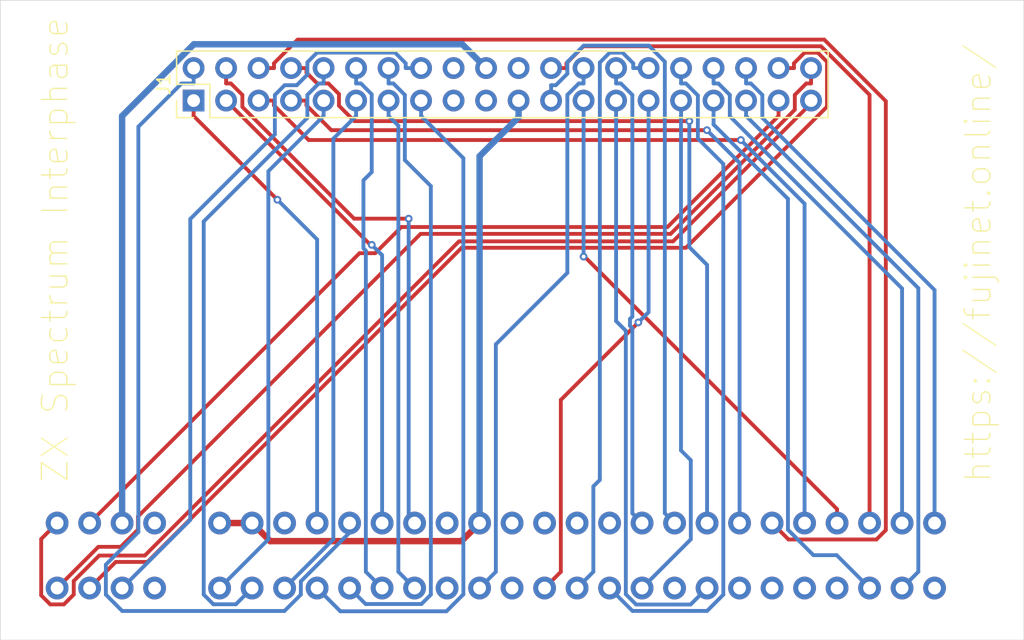
<source format=kicad_pcb>
(kicad_pcb (version 20240108) (generator "pcbnew") (generator_version "8.0")
  (layers (0 "F.Cu" signal) (31 "B.Cu" signal) (34 "B.Paste" user) (35 "F.Paste" user) (36 "B.SilkS" user "B.Silkscreen") (37 "F.SilkS" user "F.Silkscreen") (38 "B.Mask" user) (39 "F.Mask" user) (44 "Edge.Cuts" user))
  (net 0 "")
  (net 1 "/Z80_D7")
  (net 2 "/SPARE3")
  (net 3 "/SPARE2")
  (net 4 "/Z80_A15")
  (net 5 "/Z80_D5")
  (net 6 "/GND")
  (net 7 "/Z80_A12")
  (net 8 "/NMI")
  (net 9 "/Z80_A3")
  (net 10 "/RW")
  (net 11 "/Z80_A10")
  (net 12 "/ROMCS")
  (net 13 "/BUSACK")
  (net 14 "/SPARE4")
  (net 15 "/SPARE1")
  (net 16 "/Z80_A2")
  (net 17 "/Z80_A5")
  (net 18 "/Z80_A11")
  (net 19 "/MEMRQ")
  (net 20 "/Z80_A9")
  (net 21 "/Z80_A8")
  (net 22 "/Z80_D0")
  (net 23 "/Z80_D2")
  (net 24 "/RD")
  (net 25 "/Z80_A0")
  (net 26 "/BUSRQ")
  (net 27 "/Z80_A4")
  (net 28 "/Z80_A6")
  (net 29 "/5V")
  (net 30 "/RESET")
  (net 31 "/Z80_D3")
  (net 32 "/Z80_A1")
  (net 33 "/Z80_D6")
  (net 34 "/Z80_A13")
  (net 35 "/Z80_A14")
  (net 36 "/Z80_D1")
  (net 37 "/Z80_D4")
  (net 38 "/Z80_A7")
  (net 39 "/IORQ")
  (net 40 "/WAIT")
  (footprint "Connector_PinHeader_2.54mm:PinHeader_2x20_P2.54mm_Vertical" (layer "F.Cu") (at 76.708 91.44 90)
    (property "Reference" "J1" (at 1.27 -2.33 90) (layer "F.SilkS"))
    (property "Value" "HOST SYSTEM HEADER" (hide yes))
    (fp_line (start 3.87 -1.33) (end 3.87 49.59) (stroke (width 0.12)) (layer "F.SilkS"))
    (fp_line (start 1.27 -1.33) (end 3.87 -1.33) (stroke (width 0.12)) (layer "F.SilkS"))
    (fp_line (start -1.33 -1.33) (end 0 -1.33) (stroke (width 0.12)) (layer "F.SilkS"))
    (fp_line (start -1.33 0) (end -1.33 -1.33) (stroke (width 0.12)) (layer "F.SilkS"))
    (fp_line (start 1.27 1.27) (end 1.27 -1.33) (stroke (width 0.12)) (layer "F.SilkS"))
    (fp_line (start -1.33 1.27) (end 1.27 1.27) (stroke (width 0.12)) (layer "F.SilkS"))
    (fp_line (start -1.33 1.27) (end -1.33 49.59) (stroke (width 0.12)) (layer "F.SilkS"))
    (fp_line (start -1.33 49.59) (end 3.87 49.59) (stroke (width 0.12)) (layer "F.SilkS"))
    (pad "1" thru_hole rect (at 0 0 90) (size 1.7 1.7) (drill 1) (layers "*.Cu" "*.Mask") (net 25 "/Z80_A0"))
    (pad "2" thru_hole oval (at 2.54 0 90) (size 1.7 1.7) (drill 1) (layers "*.Cu" "*.Mask") (net 32 "/Z80_A1"))
    (pad "3" thru_hole oval (at 0 2.54 90) (size 1.7 1.7) (drill 1) (layers "*.Cu" "*.Mask") (net 16 "/Z80_A2"))
    (pad "4" thru_hole oval (at 2.54 2.54 90) (size 1.7 1.7) (drill 1) (layers "*.Cu" "*.Mask") (net 9 "/Z80_A3"))
    (pad "5" thru_hole oval (at 0 5.08 90) (size 1.7 1.7) (drill 1) (layers "*.Cu" "*.Mask") (net 27 "/Z80_A4"))
    (pad "6" thru_hole oval (at 2.54 5.08 90) (size 1.7 1.7) (drill 1) (layers "*.Cu" "*.Mask") (net 17 "/Z80_A5"))
    (pad "7" thru_hole oval (at 0 7.62 90) (size 1.7 1.7) (drill 1) (layers "*.Cu" "*.Mask") (net 28 "/Z80_A6"))
    (pad "8" thru_hole oval (at 2.54 7.62 90) (size 1.7 1.7) (drill 1) (layers "*.Cu" "*.Mask") (net 38 "/Z80_A7"))
    (pad "9" thru_hole oval (at 0 10.16 90) (size 1.7 1.7) (drill 1) (layers "*.Cu" "*.Mask") (net 22 "/Z80_D0"))
    (pad "10" thru_hole oval (at 2.54 10.16 90) (size 1.7 1.7) (drill 1) (layers "*.Cu" "*.Mask") (net 36 "/Z80_D1"))
    (pad "11" thru_hole oval (at 0 12.7 90) (size 1.7 1.7) (drill 1) (layers "*.Cu" "*.Mask") (net 23 "/Z80_D2"))
    (pad "12" thru_hole oval (at 2.54 12.7 90) (size 1.7 1.7) (drill 1) (layers "*.Cu" "*.Mask") (net 31 "/Z80_D3"))
    (pad "13" thru_hole oval (at 0 15.24 90) (size 1.7 1.7) (drill 1) (layers "*.Cu" "*.Mask") (net 37 "/Z80_D4"))
    (pad "14" thru_hole oval (at 2.54 15.24 90) (size 1.7 1.7) (drill 1) (layers "*.Cu" "*.Mask") (net 5 "/Z80_D5"))
    (pad "15" thru_hole oval (at 0 17.78 90) (size 1.7 1.7) (drill 1) (layers "*.Cu" "*.Mask") (net 33 "/Z80_D6"))
    (pad "16" thru_hole oval (at 2.54 17.78 90) (size 1.7 1.7) (drill 1) (layers "*.Cu" "*.Mask") (net 1 "/Z80_D7"))
    (pad "17" thru_hole oval (at 0 20.32 90) (size 1.7 1.7) (drill 1) (layers "*.Cu" "*.Mask") (net 15 "/SPARE1"))
    (pad "18" thru_hole oval (at 2.54 20.32 90) (size 1.7 1.7) (drill 1) (layers "*.Cu" "*.Mask") (net 3 "/SPARE2"))
    (pad "19" thru_hole oval (at 0 22.86 90) (size 1.7 1.7) (drill 1) (layers "*.Cu" "*.Mask") (net 2 "/SPARE3"))
    (pad "20" thru_hole oval (at 2.54 22.86 90) (size 1.7 1.7) (drill 1) (layers "*.Cu" "*.Mask") (net 29 "/5V"))
    (pad "21" thru_hole oval (at 0 25.4 90) (size 1.7 1.7) (drill 1) (layers "*.Cu" "*.Mask") (net 6 "/GND"))
    (pad "22" thru_hole oval (at 2.54 25.4 90) (size 1.7 1.7) (drill 1) (layers "*.Cu" "*.Mask") (net 14 "/SPARE4"))
    (pad "23" thru_hole oval (at 0 27.94 90) (size 1.7 1.7) (drill 1) (layers "*.Cu" "*.Mask") (net 30 "/RESET"))
    (pad "24" thru_hole oval (at 2.54 27.94 90) (size 1.7 1.7) (drill 1) (layers "*.Cu" "*.Mask") (net 13 "/BUSACK"))
    (pad "25" thru_hole oval (at 0 30.48 90) (size 1.7 1.7) (drill 1) (layers "*.Cu" "*.Mask") (net 12 "/ROMCS"))
    (pad "26" thru_hole oval (at 2.54 30.48 90) (size 1.7 1.7) (drill 1) (layers "*.Cu" "*.Mask") (net 8 "/NMI"))
    (pad "27" thru_hole oval (at 0 33.02 90) (size 1.7 1.7) (drill 1) (layers "*.Cu" "*.Mask") (net 40 "/WAIT"))
    (pad "28" thru_hole oval (at 2.54 33.02 90) (size 1.7 1.7) (drill 1) (layers "*.Cu" "*.Mask") (net 26 "/BUSRQ"))
    (pad "29" thru_hole oval (at 0 35.56 90) (size 1.7 1.7) (drill 1) (layers "*.Cu" "*.Mask") (net 19 "/MEMRQ"))
    (pad "30" thru_hole oval (at 2.54 35.56 90) (size 1.7 1.7) (drill 1) (layers "*.Cu" "*.Mask") (net 39 "/IORQ"))
    (pad "31" thru_hole oval (at 0 38.1 90) (size 1.7 1.7) (drill 1) (layers "*.Cu" "*.Mask") (net 10 "/RW"))
    (pad "32" thru_hole oval (at 2.54 38.1 90) (size 1.7 1.7) (drill 1) (layers "*.Cu" "*.Mask") (net 24 "/RD"))
    (pad "33" thru_hole oval (at 0 40.64 90) (size 1.7 1.7) (drill 1) (layers "*.Cu" "*.Mask") (net 21 "/Z80_A8"))
    (pad "34" thru_hole oval (at 2.54 40.64 90) (size 1.7 1.7) (drill 1) (layers "*.Cu" "*.Mask") (net 20 "/Z80_A9"))
    (pad "35" thru_hole oval (at 0 43.18 90) (size 1.7 1.7) (drill 1) (layers "*.Cu" "*.Mask") (net 11 "/Z80_A10"))
    (pad "36" thru_hole oval (at 2.54 43.18 90) (size 1.7 1.7) (drill 1) (layers "*.Cu" "*.Mask") (net 18 "/Z80_A11"))
    (pad "37" thru_hole oval (at 0 45.72 90) (size 1.7 1.7) (drill 1) (layers "*.Cu" "*.Mask") (net 7 "/Z80_A12"))
    (pad "38" thru_hole oval (at 2.54 45.72 90) (size 1.7 1.7) (drill 1) (layers "*.Cu" "*.Mask") (net 34 "/Z80_A13"))
    (pad "39" thru_hole oval (at 0 48.26 90) (size 1.7 1.7) (drill 1) (layers "*.Cu" "*.Mask") (net 35 "/Z80_A14"))
    (pad "40" thru_hole oval (at 2.54 48.26 90) (size 1.7 1.7) (drill 1) (layers "*.Cu" "*.Mask") (net 4 "/Z80_A15"))
  )
  (footprint "8bits:ZX_EDGE_90" (layer "F.Cu") (at 101.6 127 180)
    (property "Reference" "J2" (hide yes))
    (property "Value" "ZX_Spectrum_Connector_48K_SORTED" (hide yes))
    (pad "A1" thru_hole circle (at 35.56 2.54 180) (size 1.778 1.778) (drill 1) (layers "*.Cu" "*.Mask") (net 35 "/Z80_A14"))
    (pad "A2" thru_hole circle (at 33.02 2.54 180) (size 1.778 1.778) (drill 1) (layers "*.Cu" "*.Mask") (net 7 "/Z80_A12"))
    (pad "A3" thru_hole circle (at 30.48 2.54 180) (size 1.778 1.778) (drill 1) (layers "*.Cu" "*.Mask") (net 29 "/5V"))
    (pad "A4" thru_hole circle (at 27.94 2.54 180) (size 1.778 1.778) (drill 1) (layers "*.Cu" "*.Mask"))
    (pad "A6" thru_hole circle (at 22.86 2.54 180) (size 1.778 1.778) (drill 1) (layers "*.Cu" "*.Mask") (net 6 "/GND"))
    (pad "A7" thru_hole circle (at 20.32 2.54 180) (size 1.778 1.778) (drill 1) (layers "*.Cu" "*.Mask") (net 6 "/GND"))
    (pad "A8" thru_hole circle (at 17.78 2.54 180) (size 1.778 1.778) (drill 1) (layers "*.Cu" "*.Mask"))
    (pad "A9" thru_hole circle (at 15.24 2.54 180) (size 1.778 1.778) (drill 1) (layers "*.Cu" "*.Mask") (net 25 "/Z80_A0"))
    (pad "A10" thru_hole circle (at 12.7 2.54 180) (size 1.778 1.778) (drill 1) (layers "*.Cu" "*.Mask") (net 32 "/Z80_A1"))
    (pad "A11" thru_hole circle (at 10.16 2.54 180) (size 1.778 1.778) (drill 1) (layers "*.Cu" "*.Mask") (net 16 "/Z80_A2"))
    (pad "A12" thru_hole circle (at 7.62 2.54 180) (size 1.778 1.778) (drill 1) (layers "*.Cu" "*.Mask") (net 9 "/Z80_A3"))
    (pad "A13" thru_hole circle (at 5.08 2.54 180) (size 1.778 1.778) (drill 1) (layers "*.Cu" "*.Mask"))
    (pad "A14" thru_hole circle (at 2.54 2.54 180) (size 1.778 1.778) (drill 1) (layers "*.Cu" "*.Mask") (net 6 "/GND"))
    (pad "A15" thru_hole circle (at 0 2.54 180) (size 1.778 1.778) (drill 1) (layers "*.Cu" "*.Mask"))
    (pad "A16" thru_hole circle (at -2.54 2.54 180) (size 1.778 1.778) (drill 1) (layers "*.Cu" "*.Mask"))
    (pad "A17" thru_hole circle (at -5.08 2.54 180) (size 1.778 1.778) (drill 1) (layers "*.Cu" "*.Mask"))
    (pad "A18" thru_hole circle (at -7.62 2.54 180) (size 1.778 1.778) (drill 1) (layers "*.Cu" "*.Mask"))
    (pad "A19" thru_hole circle (at -10.16 2.54 180) (size 1.778 1.778) (drill 1) (layers "*.Cu" "*.Mask") (net 26 "/BUSRQ"))
    (pad "A20" thru_hole circle (at -12.7 2.54 180) (size 1.778 1.778) (drill 1) (layers "*.Cu" "*.Mask") (net 30 "/RESET"))
    (pad "A21" thru_hole circle (at -15.24 2.54 180) (size 1.778 1.778) (drill 1) (layers "*.Cu" "*.Mask") (net 38 "/Z80_A7"))
    (pad "A22" thru_hole circle (at -17.78 2.54 180) (size 1.778 1.778) (drill 1) (layers "*.Cu" "*.Mask") (net 28 "/Z80_A6"))
    (pad "A23" thru_hole circle (at -20.32 2.54 180) (size 1.778 1.778) (drill 1) (layers "*.Cu" "*.Mask") (net 17 "/Z80_A5"))
    (pad "A24" thru_hole circle (at -22.86 2.54 180) (size 1.778 1.778) (drill 1) (layers "*.Cu" "*.Mask") (net 27 "/Z80_A4"))
    (pad "A25" thru_hole circle (at -25.4 2.54 180) (size 1.778 1.778) (drill 1) (layers "*.Cu" "*.Mask") (net 12 "/ROMCS"))
    (pad "A26" thru_hole circle (at -27.94 2.54 180) (size 1.778 1.778) (drill 1) (layers "*.Cu" "*.Mask") (net 13 "/BUSACK"))
    (pad "A27" thru_hole circle (at -30.48 2.54 180) (size 1.778 1.778) (drill 1) (layers "*.Cu" "*.Mask") (net 20 "/Z80_A9"))
    (pad "A28" thru_hole circle (at -33.02 2.54 180) (size 1.778 1.778) (drill 1) (layers "*.Cu" "*.Mask") (net 18 "/Z80_A11"))
    (pad "B1" thru_hole circle (at 35.56 -2.54 180) (size 1.778 1.778) (drill 1) (layers "*.Cu" "*.Mask") (net 4 "/Z80_A15"))
    (pad "B2" thru_hole circle (at 33.02 -2.54 180) (size 1.778 1.778) (drill 1) (layers "*.Cu" "*.Mask") (net 34 "/Z80_A13"))
    (pad "B3" thru_hole circle (at 30.48 -2.54 180) (size 1.778 1.778) (drill 1) (layers "*.Cu" "*.Mask") (net 1 "/Z80_D7"))
    (pad "B4" thru_hole circle (at 27.94 -2.54 180) (size 1.778 1.778) (drill 1) (layers "*.Cu" "*.Mask"))
    (pad "B6" thru_hole circle (at 22.86 -2.54 180) (size 1.778 1.778) (drill 1) (layers "*.Cu" "*.Mask") (net 22 "/Z80_D0"))
    (pad "B7" thru_hole circle (at 20.32 -2.54 180) (size 1.778 1.778) (drill 1) (layers "*.Cu" "*.Mask") (net 36 "/Z80_D1"))
    (pad "B8" thru_hole circle (at 17.78 -2.54 180) (size 1.778 1.778) (drill 1) (layers "*.Cu" "*.Mask") (net 23 "/Z80_D2"))
    (pad "B9" thru_hole circle (at 15.24 -2.54 180) (size 1.778 1.778) (drill 1) (layers "*.Cu" "*.Mask") (net 33 "/Z80_D6"))
    (pad "B10" thru_hole circle (at 12.7 -2.54 180) (size 1.778 1.778) (drill 1) (layers "*.Cu" "*.Mask") (net 5 "/Z80_D5"))
    (pad "B11" thru_hole circle (at 10.16 -2.54 180) (size 1.778 1.778) (drill 1) (layers "*.Cu" "*.Mask") (net 31 "/Z80_D3"))
    (pad "B12" thru_hole circle (at 7.62 -2.54 180) (size 1.778 1.778) (drill 1) (layers "*.Cu" "*.Mask") (net 37 "/Z80_D4"))
    (pad "B13" thru_hole circle (at 5.08 -2.54 180) (size 1.778 1.778) (drill 1) (layers "*.Cu" "*.Mask"))
    (pad "B14" thru_hole circle (at 2.54 -2.54 180) (size 1.778 1.778) (drill 1) (layers "*.Cu" "*.Mask") (net 8 "/NMI"))
    (pad "B15" thru_hole circle (at 0 -2.54 180) (size 1.778 1.778) (drill 1) (layers "*.Cu" "*.Mask"))
    (pad "B16" thru_hole circle (at -2.54 -2.54 180) (size 1.778 1.778) (drill 1) (layers "*.Cu" "*.Mask") (net 19 "/MEMRQ"))
    (pad "B17" thru_hole circle (at -5.08 -2.54 180) (size 1.778 1.778) (drill 1) (layers "*.Cu" "*.Mask") (net 39 "/IORQ"))
    (pad "B18" thru_hole circle (at -7.62 -2.54 180) (size 1.778 1.778) (drill 1) (layers "*.Cu" "*.Mask") (net 24 "/RD"))
    (pad "B19" thru_hole circle (at -10.16 -2.54 180) (size 1.778 1.778) (drill 1) (layers "*.Cu" "*.Mask") (net 10 "/RW"))
    (pad "B20" thru_hole circle (at -12.7 -2.54 180) (size 1.778 1.778) (drill 1) (layers "*.Cu" "*.Mask"))
    (pad "B21" thru_hole circle (at -15.24 -2.54 180) (size 1.778 1.778) (drill 1) (layers "*.Cu" "*.Mask") (net 40 "/WAIT"))
    (pad "B22" thru_hole circle (at -17.78 -2.54 180) (size 1.778 1.778) (drill 1) (layers "*.Cu" "*.Mask"))
    (pad "B23" thru_hole circle (at -20.32 -2.54 180) (size 1.778 1.778) (drill 1) (layers "*.Cu" "*.Mask"))
    (pad "B24" thru_hole circle (at -22.86 -2.54 180) (size 1.778 1.778) (drill 1) (layers "*.Cu" "*.Mask"))
    (pad "B25" thru_hole circle (at -25.4 -2.54 180) (size 1.778 1.778) (drill 1) (layers "*.Cu" "*.Mask"))
    (pad "B26" thru_hole circle (at -27.94 -2.54 180) (size 1.778 1.778) (drill 1) (layers "*.Cu" "*.Mask") (net 21 "/Z80_A8"))
    (pad "B27" thru_hole circle (at -30.48 -2.54 180) (size 1.778 1.778) (drill 1) (layers "*.Cu" "*.Mask") (net 11 "/Z80_A10"))
    (pad "B28" thru_hole circle (at -33.02 -2.54 180) (size 1.778 1.778) (drill 1) (layers "*.Cu" "*.Mask"))
  )
  (gr_rect (start 61.6 83.604) (end 141.6 133.604) (stroke (width 0.05)) (fill none) (layer "Edge.Cuts"))
  (gr_text "https://fujinet.online/" (at 139.192 121.412 90) (layer "F.SilkS") (effects (font (size 2 2) (thickness 0.1)) (justify left bottom)))
  (gr_text "ZX Spectrum Interphase" (at 67.056 121.412 90) (layer "F.SilkS") (effects (font (size 2 2) (thickness 0.1)) (justify left bottom)))
  (segment (start 94.488 88.9) (end 93.2863 88.9) (width 0.3) (layer "B.Cu") (net 1))
  (segment (start 85.598 88.4489) (end 85.598 89.4121) (width 0.3) (layer "B.Cu") (net 1))
  (segment (start 85.598 89.4121) (end 84.7718 90.2383) (width 0.3) (layer "B.Cu") (net 1))
  (segment (start 92.4473 87.6875) (end 86.3594 87.6875) (width 0.3) (layer "B.Cu") (net 1))
  (segment (start 83.058 94.0855) (end 76.4461 100.6974) (width 0.3) (layer "B.Cu") (net 1))
  (segment (start 76.4461 100.6974) (end 76.4461 124.2139) (width 0.3) (layer "B.Cu") (net 1))
  (segment (start 84.7718 90.2383) (end 83.8238 90.2383) (width 0.3) (layer "B.Cu") (net 1))
  (segment (start 76.4461 124.2139) (end 71.12 129.54) (width 0.3) (layer "B.Cu") (net 1))
  (segment (start 83.8238 90.2383) (end 83.058 91.0041) (width 0.3) (layer "B.Cu") (net 1))
  (segment (start 93.2863 88.9) (end 93.2863 88.5265) (width 0.3) (layer "B.Cu") (net 1))
  (segment (start 83.058 91.0041) (end 83.058 94.0855) (width 0.3) (layer "B.Cu") (net 1))
  (segment (start 93.2863 88.5265) (end 92.4473 87.6875) (width 0.3) (layer "B.Cu") (net 1))
  (segment (start 86.3594 87.6875) (end 85.598 88.4489) (width 0.3) (layer "B.Cu") (net 1))
  (segment (start 113.9892 101.8595) (end 94.4469 101.8595) (width 0.3) (layer "F.Cu") (net 4))
  (segment (start 123.698 90.9982) (end 123.698 92.1507) (width 0.3) (layer "F.Cu") (net 4))
  (segment (start 69.2585 126.3215) (end 66.04 129.54) (width 0.3) (layer "F.Cu") (net 4))
  (segment (start 72.3607 123.9457) (end 72.3607 124.974) (width 0.3) (layer "F.Cu") (net 4))
  (segment (start 124.968 88.9) (end 124.968 90.1017) (width 0.3) (layer "F.Cu") (net 4))
  (segment (start 71.0132 126.3215) (end 69.2585 126.3215) (width 0.3) (layer "F.Cu") (net 4))
  (segment (start 94.4469 101.8595) (end 72.3607 123.9457) (width 0.3) (layer "F.Cu") (net 4))
  (segment (start 124.968 90.1017) (end 124.5945 90.1017) (width 0.3) (layer "F.Cu") (net 4))
  (segment (start 72.3607 124.974) (end 71.0132 126.3215) (width 0.3) (layer "F.Cu") (net 4))
  (segment (start 123.698 92.1507) (end 113.9892 101.8595) (width 0.3) (layer "F.Cu") (net 4))
  (segment (start 124.5945 90.1017) (end 123.698 90.9982) (width 0.3) (layer "F.Cu") (net 4))
  (segment (start 90.1478 130.7878) (end 88.9 129.54) (width 0.3) (layer "B.Cu") (net 5))
  (segment (start 95.25 98.1239) (end 95.25 130.0558) (width 0.3) (layer "B.Cu") (net 5))
  (segment (start 93.218 90.9982) (end 93.218 96.0919) (width 0.3) (layer "B.Cu") (net 5))
  (segment (start 93.218 96.0919) (end 95.25 98.1239) (width 0.3) (layer "B.Cu") (net 5))
  (segment (start 92.3215 90.1017) (end 93.218 90.9982) (width 0.3) (layer "B.Cu") (net 5))
  (segment (start 91.948 90.1017) (end 92.3215 90.1017) (width 0.3) (layer "B.Cu") (net 5))
  (segment (start 95.25 130.0558) (end 94.518 130.7878) (width 0.3) (layer "B.Cu") (net 5))
  (segment (start 94.518 130.7878) (end 90.1478 130.7878) (width 0.3) (layer "B.Cu") (net 5))
  (segment (start 91.948 88.9) (end 91.948 90.1017) (width 0.3) (layer "B.Cu") (net 5))
  (segment (start 81.28 124.46) (end 78.74 124.46) (width 0.5) (layer "F.Cu") (net 6))
  (segment (start 99.06 124.46) (end 97.6458 125.8742) (width 0.5) (layer "F.Cu") (net 6))
  (segment (start 97.6458 125.8742) (end 82.6942 125.8742) (width 0.5) (layer "F.Cu") (net 6))
  (segment (start 82.6942 125.8742) (end 81.28 124.46) (width 0.5) (layer "F.Cu") (net 6))
  (segment (start 102.108 91.44) (end 102.108 92.7417) (width 0.5) (layer "B.Cu") (net 6))
  (segment (start 99.06 95.7897) (end 99.06 124.46) (width 0.5) (layer "B.Cu") (net 6))
  (segment (start 102.108 92.7417) (end 99.06 95.7897) (width 0.5) (layer "B.Cu") (net 6))
  (segment (start 113.7474 101.3223) (end 122.428 92.6417) (width 0.3) (layer "F.Cu") (net 7))
  (segment (start 68.58 124.46) (end 89.6717 103.3683) (width 0.3) (layer "F.Cu") (net 7))
  (segment (start 90.9023 103.3683) (end 92.9483 101.3223) (width 0.3) (layer "F.Cu") (net 7))
  (segment (start 122.428 91.44) (end 122.428 92.6417) (width 0.3) (layer "F.Cu") (net 7))
  (segment (start 92.9483 101.3223) (end 113.7474 101.3223) (width 0.3) (layer "F.Cu") (net 7))
  (segment (start 89.6717 103.3683) (end 90.9023 103.3683) (width 0.3) (layer "F.Cu") (net 7))
  (segment (start 99.06 129.54) (end 100.33 128.27) (width 0.3) (layer "B.Cu") (net 8))
  (segment (start 107.188 88.9) (end 107.188 90.1017) (width 0.3) (layer "B.Cu") (net 8))
  (segment (start 100.33 128.27) (end 100.33 110.4916) (width 0.3) (layer "B.Cu") (net 8))
  (segment (start 105.918 90.9982) (end 106.8145 90.1017) (width 0.3) (layer "B.Cu") (net 8))
  (segment (start 105.918 104.9036) (end 105.918 90.9982) (width 0.3) (layer "B.Cu") (net 8))
  (segment (start 106.8145 90.1017) (end 107.188 90.1017) (width 0.3) (layer "B.Cu") (net 8))
  (segment (start 100.33 110.4916) (end 105.918 104.9036) (width 0.3) (layer "B.Cu") (net 8))
  (segment (start 80.518 91.9349) (end 80.518 90.9982) (width 0.3) (layer "F.Cu") (net 9))
  (segment (start 80.518 90.9982) (end 79.6215 90.1017) (width 0.3) (layer "F.Cu") (net 9))
  (segment (start 79.6215 90.1017) (end 79.248 90.1017) (width 0.3) (layer "F.Cu") (net 9))
  (segment (start 89.2537 100.6706) (end 80.518 91.9349) (width 0.3) (layer "F.Cu") (net 9))
  (segment (start 93.5172 100.6706) (end 89.2537 100.6706) (width 0.3) (layer "F.Cu") (net 9))
  (segment (start 79.248 88.9) (end 79.248 90.1017) (width 0.3) (layer "F.Cu") (net 9))
  (via (at 93.5172 100.6706) (size 0.6) (drill 0.3) (layers "F.Cu" "B.Cu") (net 9))
  (segment (start 93.98 124.46) (end 93.5172 123.9972) (width 0.3) (layer "B.Cu") (net 9))
  (segment (start 93.5172 123.9972) (end 93.5172 100.6706) (width 0.3) (layer "B.Cu") (net 9))
  (segment (start 114.808 92.6417) (end 114.8014 92.6483) (width 0.3) (layer "B.Cu") (net 10))
  (segment (start 114.8014 118.7828) (end 115.5685 119.5499) (width 0.3) (layer "B.Cu") (net 10))
  (segment (start 115.5685 119.5499) (end 115.5685 125.7315) (width 0.3) (layer "B.Cu") (net 10))
  (segment (start 114.808 91.44) (end 114.808 92.6417) (width 0.3) (layer "B.Cu") (net 10))
  (segment (start 115.5685 125.7315) (end 111.76 129.54) (width 0.3) (layer "B.Cu") (net 10))
  (segment (start 114.8014 92.6483) (end 114.8014 118.7828) (width 0.3) (layer "B.Cu") (net 10))
  (segment (start 119.888 91.44) (end 119.888 92.6417) (width 0.3) (layer "B.Cu") (net 11))
  (segment (start 133.35 106.1037) (end 119.888 92.6417) (width 0.3) (layer "B.Cu") (net 11))
  (segment (start 133.35 128.27) (end 133.35 106.1037) (width 0.3) (layer "B.Cu") (net 11))
  (segment (start 132.08 129.54) (end 133.35 128.27) (width 0.3) (layer "B.Cu") (net 11))
  (segment (start 127 123.373) (end 107.2614 103.6344) (width 0.3) (layer "F.Cu") (net 12))
  (segment (start 107.2614 103.6344) (end 107.188 103.6344) (width 0.3) (layer "F.Cu") (net 12))
  (segment (start 127 124.46) (end 127 123.373) (width 0.3) (layer "F.Cu") (net 12))
  (via (at 107.188 103.6344) (size 0.6) (drill 0.3) (layers "F.Cu" "B.Cu") (net 12))
  (segment (start 107.188 103.6344) (end 107.188 91.44) (width 0.3) (layer "B.Cu") (net 12))
  (segment (start 129.54 90.9934) (end 125.7406 87.194) (width 0.3) (layer "F.Cu") (net 13))
  (segment (start 125.7406 87.194) (end 107.1822 87.194) (width 0.3) (layer "F.Cu") (net 13))
  (segment (start 107.1822 87.194) (end 105.8497 88.5265) (width 0.3) (layer "F.Cu") (net 13))
  (segment (start 104.648 88.9) (end 105.8497 88.9) (width 0.3) (layer "F.Cu") (net 13))
  (segment (start 105.8497 88.5265) (end 105.8497 88.9) (width 0.3) (layer "F.Cu") (net 13))
  (segment (start 129.54 124.46) (end 129.54 90.9934) (width 0.3) (layer "F.Cu") (net 13))
  (segment (start 90.5246 102.7166) (end 79.248 91.44) (width 0.3) (layer "F.Cu") (net 16))
  (segment (start 90.6324 102.7166) (end 90.5246 102.7166) (width 0.3) (layer "F.Cu") (net 16))
  (via (at 90.6324 102.7166) (size 0.6) (drill 0.3) (layers "F.Cu" "B.Cu") (net 16))
  (segment (start 91.44 103.5242) (end 90.6324 102.7166) (width 0.3) (layer "B.Cu") (net 16))
  (segment (start 91.44 124.46) (end 91.44 103.5242) (width 0.3) (layer "B.Cu") (net 16))
  (segment (start 82.9897 88.9) (end 82.9897 88.5245) (width 0.3) (layer "F.Cu") (net 17))
  (segment (start 130.81 91.4871) (end 130.81 125.0109) (width 0.3) (layer "F.Cu") (net 17))
  (segment (start 130.0756 125.7453) (end 123.2053 125.7453) (width 0.3) (layer "F.Cu") (net 17))
  (segment (start 125.998 86.6751) (end 130.81 91.4871) (width 0.3) (layer "F.Cu") (net 17))
  (segment (start 82.9897 88.5245) (end 84.8391 86.6751) (width 0.3) (layer "F.Cu") (net 17))
  (segment (start 81.788 88.9) (end 82.9897 88.9) (width 0.3) (layer "F.Cu") (net 17))
  (segment (start 130.81 125.0109) (end 130.0756 125.7453) (width 0.3) (layer "F.Cu") (net 17))
  (segment (start 123.2053 125.7453) (end 121.92 124.46) (width 0.3) (layer "F.Cu") (net 17))
  (segment (start 84.8391 86.6751) (end 125.998 86.6751) (width 0.3) (layer "F.Cu") (net 17))
  (segment (start 134.62 124.46) (end 134.62 106.248) (width 0.3) (layer "B.Cu") (net 18))
  (segment (start 119.888 88.9) (end 119.888 90.1017) (width 0.3) (layer "B.Cu") (net 18))
  (segment (start 134.62 106.248) (end 121.1581 92.7861) (width 0.3) (layer "B.Cu") (net 18))
  (segment (start 121.1581 90.9983) (end 120.2615 90.1017) (width 0.3) (layer "B.Cu") (net 18))
  (segment (start 120.2615 90.1017) (end 119.888 90.1017) (width 0.3) (layer "B.Cu") (net 18))
  (segment (start 121.1581 92.7861) (end 121.1581 90.9983) (width 0.3) (layer "B.Cu") (net 18))
  (segment (start 104.14 129.54) (end 105.41 128.27) (width 0.3) (layer "F.Cu") (net 19))
  (segment (start 105.41 114.836) (end 111.4664 108.7796) (width 0.3) (layer "F.Cu") (net 19))
  (segment (start 105.41 128.27) (end 105.41 114.836) (width 0.3) (layer "F.Cu") (net 19))
  (via (at 111.4664 108.7796) (size 0.6) (drill 0.3) (layers "F.Cu" "B.Cu") (net 19))
  (segment (start 112.268 91.44) (end 112.268 107.978) (width 0.3) (layer "B.Cu") (net 19))
  (segment (start 112.268 107.978) (end 111.4664 108.7796) (width 0.3) (layer "B.Cu") (net 19))
  (segment (start 117.7215 90.1017) (end 117.348 90.1017) (width 0.3) (layer "B.Cu") (net 20))
  (segment (start 118.618 92.667) (end 118.618 90.9982) (width 0.3) (layer "B.Cu") (net 20))
  (segment (start 132.08 124.46) (end 132.08 106.129) (width 0.3) (layer "B.Cu") (net 20))
  (segment (start 132.08 106.129) (end 118.618 92.667) (width 0.3) (layer "B.Cu") (net 20))
  (segment (start 118.618 90.9982) (end 117.7215 90.1017) (width 0.3) (layer "B.Cu") (net 20))
  (segment (start 117.348 88.9) (end 117.348 90.1017) (width 0.3) (layer "B.Cu") (net 20))
  (segment (start 125.1483 126.9692) (end 126.9692 126.9692) (width 0.3) (layer "B.Cu") (net 21))
  (segment (start 117.348 91.44) (end 117.348 92.6417) (width 0.3) (layer "B.Cu") (net 21))
  (segment (start 117.348 93.3113) (end 123.1607 99.124) (width 0.3) (layer "B.Cu") (net 21))
  (segment (start 117.348 92.6417) (end 117.348 93.3113) (width 0.3) (layer "B.Cu") (net 21))
  (segment (start 123.1607 124.9816) (end 125.1483 126.9692) (width 0.3) (layer "B.Cu") (net 21))
  (segment (start 126.9692 126.9692) (end 129.54 129.54) (width 0.3) (layer "B.Cu") (net 21))
  (segment (start 123.1607 99.124) (end 123.1607 124.9816) (width 0.3) (layer "B.Cu") (net 21))
  (segment (start 86.868 91.44) (end 86.868 92.6417) (width 0.3) (layer "B.Cu") (net 22))
  (segment (start 82.55 96.9597) (end 82.55 125.73) (width 0.3) (layer "B.Cu") (net 22))
  (segment (start 82.55 125.73) (end 78.74 129.54) (width 0.3) (layer "B.Cu") (net 22))
  (segment (start 86.868 92.6417) (end 82.55 96.9597) (width 0.3) (layer "B.Cu") (net 22))
  (segment (start 89.408 91.44) (end 89.408 92.6417) (width 0.3) (layer "B.Cu") (net 23))
  (segment (start 87.63 125.73) (end 83.82 129.54) (width 0.3) (layer "B.Cu") (net 23))
  (segment (start 87.63 94.4197) (end 87.63 125.73) (width 0.3) (layer "B.Cu") (net 23))
  (segment (start 89.408 92.6417) (end 87.63 94.4197) (width 0.3) (layer "B.Cu") (net 23))
  (segment (start 116.8394 131.3292) (end 118.1084 130.0602) (width 0.3) (layer "B.Cu") (net 24))
  (segment (start 118.1084 96.3919) (end 116.1207 94.4042) (width 0.3) (layer "B.Cu") (net 24))
  (segment (start 109.22 129.54) (end 111.0092 131.3292) (width 0.3) (layer "B.Cu") (net 24))
  (segment (start 115.1836 90.1017) (end 114.808 90.1017) (width 0.3) (layer "B.Cu") (net 24))
  (segment (start 116.1207 91.0388) (end 115.1836 90.1017) (width 0.3) (layer "B.Cu") (net 24))
  (segment (start 111.0092 131.3292) (end 116.8394 131.3292) (width 0.3) (layer "B.Cu") (net 24))
  (segment (start 118.1084 130.0602) (end 118.1084 96.3919) (width 0.3) (layer "B.Cu") (net 24))
  (segment (start 116.1207 94.4042) (end 116.1207 91.0388) (width 0.3) (layer "B.Cu") (net 24))
  (segment (start 114.808 88.9) (end 114.808 90.1017) (width 0.3) (layer "B.Cu") (net 24))
  (segment (start 83.256 99.1897) (end 76.708 92.6417) (width 0.3) (layer "F.Cu") (net 25))
  (segment (start 76.708 91.44) (end 76.708 92.6417) (width 0.3) (layer "F.Cu") (net 25))
  (via (at 83.256 99.1897) (size 0.6) (drill 0.3) (layers "F.Cu" "B.Cu") (net 25))
  (segment (start 86.36 102.2937) (end 83.256 99.1897) (width 0.3) (layer "B.Cu") (net 25))
  (segment (start 86.36 124.46) (end 86.36 102.2937) (width 0.3) (layer "B.Cu") (net 25))
  (segment (start 110.8147 109.0494) (end 110.9981 109.2328) (width 0.3) (layer "B.Cu") (net 26))
  (segment (start 110.9981 90.9983) (end 110.9981 108.3248) (width 0.3) (layer "B.Cu") (net 26))
  (segment (start 110.8147 108.5082) (end 110.8147 109.0494) (width 0.3) (layer "B.Cu") (net 26))
  (segment (start 110.1015 90.1017) (end 110.9981 90.9983) (width 0.3) (layer "B.Cu") (net 26))
  (segment (start 109.728 88.9) (end 109.728 90.1017) (width 0.3) (layer "B.Cu") (net 26))
  (segment (start 110.9981 109.2328) (end 110.9981 123.6981) (width 0.3) (layer "B.Cu") (net 26))
  (segment (start 110.9981 108.3248) (end 110.8147 108.5082) (width 0.3) (layer "B.Cu") (net 26))
  (segment (start 110.9981 123.6981) (end 111.76 124.46) (width 0.3) (layer "B.Cu") (net 26))
  (segment (start 109.728 90.1017) (end 110.1015 90.1017) (width 0.3) (layer "B.Cu") (net 26))
  (segment (start 81.788 91.44) (end 82.9897 91.44) (width 0.3) (layer "F.Cu") (net 27))
  (segment (start 82.9897 91.8155) (end 85.6969 94.5227) (width 0.3) (layer "F.Cu") (net 27))
  (segment (start 85.6969 94.5227) (end 119.4809 94.5227) (width 0.3) (layer "F.Cu") (net 27))
  (segment (start 82.9897 91.44) (end 82.9897 91.8155) (width 0.3) (layer "F.Cu") (net 27))
  (via (at 119.4809 94.5227) (size 0.6) (drill 0.3) (layers "F.Cu" "B.Cu") (net 27))
  (segment (start 124.46 99.5018) (end 119.4809 94.5227) (width 0.3) (layer "B.Cu") (net 27))
  (segment (start 124.46 124.46) (end 124.46 99.5018) (width 0.3) (layer "B.Cu") (net 27))
  (segment (start 84.328 91.44) (end 85.5297 91.44) (width 0.3) (layer "F.Cu") (net 28))
  (segment (start 85.5297 91.8135) (end 87.469 93.7528) (width 0.3) (layer "F.Cu") (net 28))
  (segment (start 87.469 93.7528) (end 116.8278 93.7528) (width 0.3) (layer "F.Cu") (net 28))
  (segment (start 85.5297 91.44) (end 85.5297 91.8135) (width 0.3) (layer "F.Cu") (net 28))
  (via (at 116.8278 93.7528) (size 0.6) (drill 0.3) (layers "F.Cu" "B.Cu") (net 28))
  (segment (start 119.38 124.46) (end 119.38 96.305) (width 0.3) (layer "B.Cu") (net 28))
  (segment (start 119.38 96.305) (end 116.8278 93.7528) (width 0.3) (layer "B.Cu") (net 28))
  (segment (start 97.708 87.04) (end 99.568 88.9) (width 0.5) (layer "B.Cu") (net 29))
  (segment (start 76.7239 87.04) (end 97.708 87.04) (width 0.5) (layer "B.Cu") (net 29))
  (segment (start 71.12 92.6439) (end 76.7239 87.04) (width 0.5) (layer "B.Cu") (net 29))
  (segment (start 71.12 124.46) (end 71.12 92.6439) (width 0.5) (layer "B.Cu") (net 29))
  (segment (start 107.1971 87.1447) (end 105.918 88.4238) (width 0.3) (layer "B.Cu") (net 30))
  (segment (start 113.538 88.4036) (end 112.2791 87.1447) (width 0.3) (layer "B.Cu") (net 30))
  (segment (start 112.2791 87.1447) (end 107.1971 87.1447) (width 0.3) (layer "B.Cu") (net 30))
  (segment (start 113.538 123.698) (end 113.538 88.4036) (width 0.3) (layer "B.Cu") (net 30))
  (segment (start 105.918 89.3418) (end 105.0215 90.2383) (width 0.3) (layer "B.Cu") (net 30))
  (segment (start 114.3 124.46) (end 113.538 123.698) (width 0.3) (layer "B.Cu") (net 30))
  (segment (start 104.648 91.44) (end 104.648 90.2383) (width 0.3) (layer "B.Cu") (net 30))
  (segment (start 105.0215 90.2383) (end 104.648 90.2383) (width 0.3) (layer "B.Cu") (net 30))
  (segment (start 105.918 88.4238) (end 105.918 89.3418) (width 0.3) (layer "B.Cu") (net 30))
  (segment (start 89.408 88.9) (end 89.408 90.1017) (width 0.3) (layer "B.Cu") (net 31))
  (segment (start 90.6297 90.9479) (end 90.6297 97.0284) (width 0.3) (layer "B.Cu") (net 31))
  (segment (start 89.7835 90.1017) (end 90.6297 90.9479) (width 0.3) (layer "B.Cu") (net 31))
  (segment (start 90.6297 97.0284) (end 89.9807 97.6774) (width 0.3) (layer "B.Cu") (net 31))
  (segment (start 89.9807 97.6774) (end 89.9807 102.9864) (width 0.3) (layer "B.Cu") (net 31))
  (segment (start 90.17 103.1757) (end 90.17 128.27) (width 0.3) (layer "B.Cu") (net 31))
  (segment (start 90.17 128.27) (end 91.44 129.54) (width 0.3) (layer "B.Cu") (net 31))
  (segment (start 89.9807 102.9864) (end 90.17 103.1757) (width 0.3) (layer "B.Cu") (net 31))
  (segment (start 89.408 90.1017) (end 89.7835 90.1017) (width 0.3) (layer "B.Cu") (net 31))
  (segment (start 72.39 125.168) (end 72.39 93.4819) (width 0.3) (layer "B.Cu") (net 32))
  (segment (start 75.7702 90.1017) (end 76.708 90.1017) (width 0.3) (layer "B.Cu") (net 32))
  (segment (start 76.708 88.9) (end 76.708 90.1017) (width 0.3) (layer "B.Cu") (net 32))
  (segment (start 85.09 129.0175) (end 85.09 130.0536) (width 0.3) (layer "B.Cu") (net 32))
  (segment (start 88.9 125.2075) (end 85.09 129.0175) (width 0.3) (layer "B.Cu") (net 32))
  (segment (start 72.39 93.4819) (end 75.7702 90.1017) (width 0.3) (layer "B.Cu") (net 32))
  (segment (start 69.85 130.0568) (end 69.85 127.708) (width 0.3) (layer "B.Cu") (net 32))
  (segment (start 71.1267 131.3335) (end 69.85 130.0568) (width 0.3) (layer "B.Cu") (net 32))
  (segment (start 85.09 130.0536) (end 83.8101 131.3335) (width 0.3) (layer "B.Cu") (net 32))
  (segment (start 69.85 127.708) (end 72.39 125.168) (width 0.3) (layer "B.Cu") (net 32))
  (segment (start 88.9 124.46) (end 88.9 125.2075) (width 0.3) (layer "B.Cu") (net 32))
  (segment (start 83.8101 131.3335) (end 71.1267 131.3335) (width 0.3) (layer "B.Cu") (net 32))
  (segment (start 97.79 130.0361) (end 97.79 95.9437) (width 0.3) (layer "B.Cu") (net 33))
  (segment (start 86.36 129.54) (end 88.1754 131.3554) (width 0.3) (layer "B.Cu") (net 33))
  (segment (start 94.488 91.44) (end 94.488 92.6417) (width 0.3) (layer "B.Cu") (net 33))
  (segment (start 88.1754 131.3554) (end 96.4707 131.3554) (width 0.3) (layer "B.Cu") (net 33))
  (segment (start 96.4707 131.3554) (end 97.79 130.0361) (width 0.3) (layer "B.Cu") (net 33))
  (segment (start 97.79 95.9437) (end 94.488 92.6417) (width 0.3) (layer "B.Cu") (net 33))
  (segment (start 97.6578 102.9448) (end 115.188 102.9448) (width 0.3) (layer "F.Cu") (net 34))
  (segment (start 126.2121 91.9207) (end 126.2121 88.4108) (width 0.3) (layer "F.Cu") (net 34))
  (segment (start 70.6183 127.5017) (end 73.1009 127.5017) (width 0.3) (layer "F.Cu") (net 34))
  (segment (start 124.4585 87.6977) (end 123.6297 88.5265) (width 0.3) (layer "F.Cu") (net 34))
  (segment (start 68.58 129.54) (end 70.6183 127.5017) (width 0.3) (layer "F.Cu") (net 34))
  (segment (start 126.2121 88.4108) (end 125.499 87.6977) (width 0.3) (layer "F.Cu") (net 34))
  (segment (start 125.499 87.6977) (end 124.4585 87.6977) (width 0.3) (layer "F.Cu") (net 34))
  (segment (start 73.1009 127.5017) (end 97.6578 102.9448) (width 0.3) (layer "F.Cu") (net 34))
  (segment (start 115.188 102.9448) (end 126.2121 91.9207) (width 0.3) (layer "F.Cu") (net 34))
  (segment (start 122.428 88.9) (end 123.6297 88.9) (width 0.3) (layer "F.Cu") (net 34))
  (segment (start 123.6297 88.5265) (end 123.6297 88.9) (width 0.3) (layer "F.Cu") (net 34))
  (segment (start 72.8932 127) (end 97.4501 102.4431) (width 0.3) (layer "F.Cu") (net 35))
  (segment (start 64.794 130.1072) (end 65.504 130.8172) (width 0.3) (layer "F.Cu") (net 35))
  (segment (start 66.04 124.46) (end 64.794 125.706) (width 0.3) (layer "F.Cu") (net 35))
  (segment (start 124.968 91.6585) (end 124.968 91.44) (width 0.3) (layer "F.Cu") (net 35))
  (segment (start 67.3393 130.0478) (end 67.3393 128.9882) (width 0.3) (layer "F.Cu") (net 35))
  (segment (start 65.504 130.8172) (end 66.5699 130.8172) (width 0.3) (layer "F.Cu") (net 35))
  (segment (start 97.4501 102.4431) (end 114.1834 102.4431) (width 0.3) (layer "F.Cu") (net 35))
  (segment (start 69.3275 127) (end 72.8932 127) (width 0.3) (layer "F.Cu") (net 35))
  (segment (start 64.794 125.706) (end 64.794 130.1072) (width 0.3) (layer "F.Cu") (net 35))
  (segment (start 66.5699 130.8172) (end 67.3393 130.0478) (width 0.3) (layer "F.Cu") (net 35))
  (segment (start 67.3393 128.9882) (end 69.3275 127) (width 0.3) (layer "F.Cu") (net 35))
  (segment (start 114.1834 102.4431) (end 124.968 91.6585) (width 0.3) (layer "F.Cu") (net 35))
  (segment (start 77.498 130.055) (end 77.498 100.886) (width 0.3) (layer "B.Cu") (net 36))
  (segment (start 86.4945 90.1017) (end 86.868 90.1017) (width 0.3) (layer "B.Cu") (net 36))
  (segment (start 80.0136 130.8064) (end 78.2494 130.8064) (width 0.3) (layer "B.Cu") (net 36))
  (segment (start 81.28 129.54) (end 80.0136 130.8064) (width 0.3) (layer "B.Cu") (net 36))
  (segment (start 85.5979 92.7861) (end 85.5979 90.9983) (width 0.3) (layer "B.Cu") (net 36))
  (segment (start 85.5979 90.9983) (end 86.4945 90.1017) (width 0.3) (layer "B.Cu") (net 36))
  (segment (start 78.2494 130.8064) (end 77.498 130.055) (width 0.3) (layer "B.Cu") (net 36))
  (segment (start 86.868 88.9) (end 86.868 90.1017) (width 0.3) (layer "B.Cu") (net 36))
  (segment (start 77.498 100.886) (end 85.5979 92.7861) (width 0.3) (layer "B.Cu") (net 36))
  (segment (start 92.71 128.27) (end 93.98 129.54) (width 0.3) (layer "B.Cu") (net 37))
  (segment (start 91.948 92.6417) (end 92.71 93.4037) (width 0.3) (layer "B.Cu") (net 37))
  (segment (start 92.71 93.4037) (end 92.71 128.27) (width 0.3) (layer "B.Cu") (net 37))
  (segment (start 91.948 91.44) (end 91.948 92.6417) (width 0.3) (layer "B.Cu") (net 37))
  (segment (start 86.3702 90.1017) (end 85.5298 89.2613) (width 0.3) (layer "F.Cu") (net 38))
  (segment (start 88.0697 90.9298) (end 87.2416 90.1017) (width 0.3) (layer "F.Cu") (net 38))
  (segment (start 88.0697 91.841) (end 88.0697 90.9298) (width 0.3) (layer "F.Cu") (net 38))
  (segment (start 115.4531 93.0443) (end 89.273 93.0443) (width 0.3) (layer "F.Cu") (net 38))
  (segment (start 84.328 88.9) (end 85.5297 88.9) (width 0.3) (layer "F.Cu") (net 38))
  (segment (start 89.273 93.0443) (end 88.0697 91.841) (width 0.3) (layer "F.Cu") (net 38))
  (segment (start 85.5298 89.2613) (end 85.5298 88.9) (width 0.3) (layer "F.Cu") (net 38))
  (segment (start 85.5298 88.9) (end 85.5297 88.9) (width 0.3) (layer "F.Cu") (net 38))
  (segment (start 87.2416 90.1017) (end 86.3702 90.1017) (width 0.3) (layer "F.Cu") (net 38))
  (via (at 115.4531 93.0443) (size 0.6) (drill 0.3) (layers "F.Cu" "B.Cu") (net 38))
  (segment (start 115.4531 102.8983) (end 115.4531 93.0443) (width 0.3) (layer "B.Cu") (net 38))
  (segment (start 116.84 104.2852) (end 115.4531 102.8983) (width 0.3) (layer "B.Cu") (net 38))
  (segment (start 116.84 124.46) (end 116.84 104.2852) (width 0.3) (layer "B.Cu") (net 38))
  (segment (start 111.0663 88.5265) (end 111.0663 88.9) (width 0.3) (layer "B.Cu") (net 39))
  (segment (start 109.2301 87.6938) (end 110.2336 87.6938) (width 0.3) (layer "B.Cu") (net 39))
  (segment (start 106.68 129.54) (end 107.95 128.27) (width 0.3) (layer "B.Cu") (net 39))
  (segment (start 112.268 88.9) (end 111.0663 88.9) (width 0.3) (layer "B.Cu") (net 39))
  (segment (start 108.458 88.4659) (end 109.2301 87.6938) (width 0.3) (layer "B.Cu") (net 39))
  (segment (start 107.95 121.5961) (end 108.458 121.0881) (width 0.3) (layer "B.Cu") (net 39))
  (segment (start 107.95 128.27) (end 107.95 121.5961) (width 0.3) (layer "B.Cu") (net 39))
  (segment (start 108.458 121.0881) (end 108.458 88.4659) (width 0.3) (layer "B.Cu") (net 39))
  (segment (start 110.2336 87.6938) (end 111.0663 88.5265) (width 0.3) (layer "B.Cu") (net 39))
  (segment (start 111.2929 130.8275) (end 115.5525 130.8275) (width 0.3) (layer "B.Cu") (net 40))
  (segment (start 109.728 92.6417) (end 109.728 108.6721) (width 0.3) (layer "B.Cu") (net 40))
  (segment (start 109.728 108.6721) (end 110.49 109.4341) (width 0.3) (layer "B.Cu") (net 40))
  (segment (start 110.49 109.4341) (end 110.49 130.0246) (width 0.3) (layer "B.Cu") (net 40))
  (segment (start 109.728 91.44) (end 109.728 92.6417) (width 0.3) (layer "B.Cu") (net 40))
  (segment (start 115.5525 130.8275) (end 116.84 129.54) (width 0.3) (layer "B.Cu") (net 40))
  (segment (start 110.49 130.0246) (end 111.2929 130.8275) (width 0.3) (layer "B.Cu") (net 40))
)
</source>
